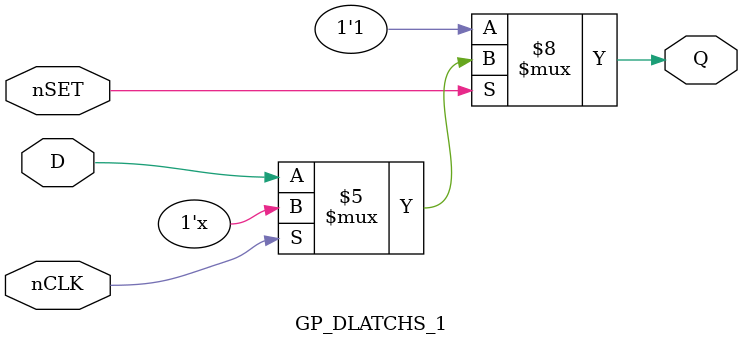
<source format=v>
module GP_DLATCHS_1(input D, input nCLK, input nSET, output reg Q);
	parameter [0:0] INIT = 1'bx;
	initial Q = INIT;
	always @(*) begin
		if(!nSET)
			Q <= 1'b1;
		else if(!nCLK)
			Q <= D;
	end
endmodule
</source>
